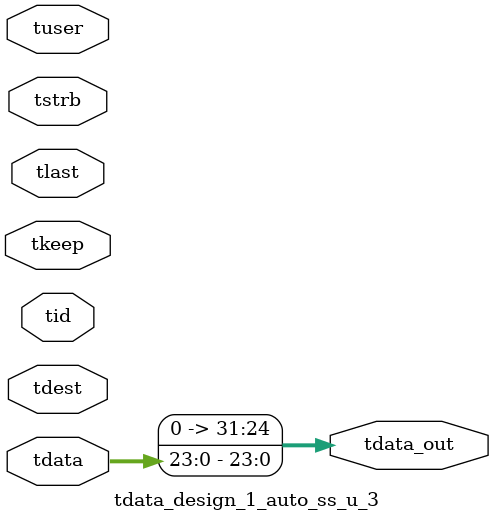
<source format=v>


`timescale 1ps/1ps

module tdata_design_1_auto_ss_u_3 #
(
parameter C_S_AXIS_TDATA_WIDTH = 32,
parameter C_S_AXIS_TUSER_WIDTH = 0,
parameter C_S_AXIS_TID_WIDTH   = 0,
parameter C_S_AXIS_TDEST_WIDTH = 0,
parameter C_M_AXIS_TDATA_WIDTH = 32
)
(
input  [(C_S_AXIS_TDATA_WIDTH == 0 ? 1 : C_S_AXIS_TDATA_WIDTH)-1:0     ] tdata,
input  [(C_S_AXIS_TUSER_WIDTH == 0 ? 1 : C_S_AXIS_TUSER_WIDTH)-1:0     ] tuser,
input  [(C_S_AXIS_TID_WIDTH   == 0 ? 1 : C_S_AXIS_TID_WIDTH)-1:0       ] tid,
input  [(C_S_AXIS_TDEST_WIDTH == 0 ? 1 : C_S_AXIS_TDEST_WIDTH)-1:0     ] tdest,
input  [(C_S_AXIS_TDATA_WIDTH/8)-1:0 ] tkeep,
input  [(C_S_AXIS_TDATA_WIDTH/8)-1:0 ] tstrb,
input                                                                    tlast,
output [C_M_AXIS_TDATA_WIDTH-1:0] tdata_out
);

assign tdata_out = {tdata[23:0]};

endmodule


</source>
